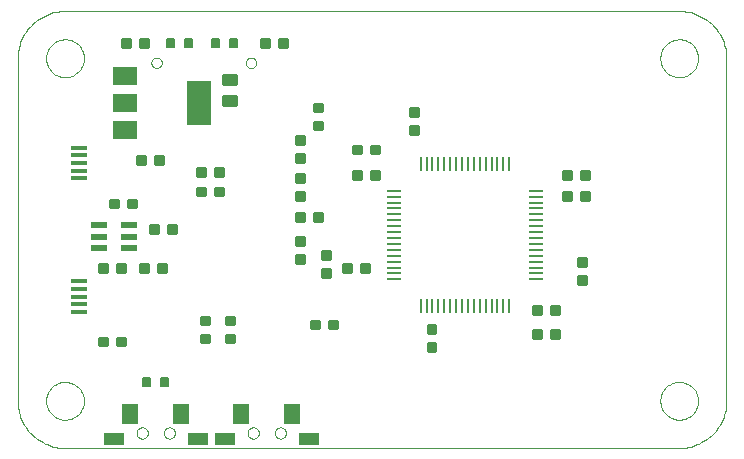
<source format=gtp>
G75*
%MOIN*%
%OFA0B0*%
%FSLAX24Y24*%
%IPPOS*%
%LPD*%
%AMOC8*
5,1,8,0,0,1.08239X$1,22.5*
%
%ADD10C,0.0088*%
%ADD11R,0.0787X0.0591*%
%ADD12R,0.0787X0.1496*%
%ADD13C,0.0100*%
%ADD14R,0.0472X0.0094*%
%ADD15R,0.0094X0.0472*%
%ADD16C,0.0000*%
%ADD17R,0.0520X0.0220*%
%ADD18C,0.0075*%
%ADD19R,0.0550X0.0700*%
%ADD20R,0.0700X0.0400*%
%ADD21R,0.0531X0.0157*%
D10*
X007106Y007097D02*
X007368Y007097D01*
X007368Y006835D01*
X007106Y006835D01*
X007106Y007097D01*
X007106Y006922D02*
X007368Y006922D01*
X007368Y007009D02*
X007106Y007009D01*
X007106Y007096D02*
X007368Y007096D01*
X007706Y007097D02*
X007968Y007097D01*
X007968Y006835D01*
X007706Y006835D01*
X007706Y007097D01*
X007706Y006922D02*
X007968Y006922D01*
X007968Y007009D02*
X007706Y007009D01*
X007706Y007096D02*
X007968Y007096D01*
X010748Y007197D02*
X010748Y006935D01*
X010486Y006935D01*
X010486Y007197D01*
X010748Y007197D01*
X010748Y007022D02*
X010486Y007022D01*
X010486Y007109D02*
X010748Y007109D01*
X010748Y007196D02*
X010486Y007196D01*
X010748Y007535D02*
X010748Y007797D01*
X010748Y007535D02*
X010486Y007535D01*
X010486Y007797D01*
X010748Y007797D01*
X010748Y007622D02*
X010486Y007622D01*
X010486Y007709D02*
X010748Y007709D01*
X010748Y007796D02*
X010486Y007796D01*
X011581Y007797D02*
X011581Y007535D01*
X011319Y007535D01*
X011319Y007797D01*
X011581Y007797D01*
X011581Y007622D02*
X011319Y007622D01*
X011319Y007709D02*
X011581Y007709D01*
X011581Y007796D02*
X011319Y007796D01*
X011581Y007197D02*
X011581Y006935D01*
X011319Y006935D01*
X011319Y007197D01*
X011581Y007197D01*
X011581Y007022D02*
X011319Y007022D01*
X011319Y007109D02*
X011581Y007109D01*
X011581Y007196D02*
X011319Y007196D01*
X014156Y007405D02*
X014418Y007405D01*
X014156Y007405D02*
X014156Y007667D01*
X014418Y007667D01*
X014418Y007405D01*
X014418Y007492D02*
X014156Y007492D01*
X014156Y007579D02*
X014418Y007579D01*
X014418Y007666D02*
X014156Y007666D01*
X014756Y007405D02*
X015018Y007405D01*
X014756Y007405D02*
X014756Y007667D01*
X015018Y007667D01*
X015018Y007405D01*
X015018Y007492D02*
X014756Y007492D01*
X014756Y007579D02*
X015018Y007579D01*
X015018Y007666D02*
X014756Y007666D01*
X014798Y009125D02*
X014798Y009387D01*
X014798Y009125D02*
X014536Y009125D01*
X014536Y009387D01*
X014798Y009387D01*
X014798Y009212D02*
X014536Y009212D01*
X014536Y009299D02*
X014798Y009299D01*
X014798Y009386D02*
X014536Y009386D01*
X014798Y009725D02*
X014798Y009987D01*
X014798Y009725D02*
X014536Y009725D01*
X014536Y009987D01*
X014798Y009987D01*
X014798Y009812D02*
X014536Y009812D01*
X014536Y009899D02*
X014798Y009899D01*
X014798Y009986D02*
X014536Y009986D01*
X013656Y009847D02*
X013656Y009585D01*
X013656Y009847D02*
X013918Y009847D01*
X013918Y009585D01*
X013656Y009585D01*
X013656Y009672D02*
X013918Y009672D01*
X013918Y009759D02*
X013656Y009759D01*
X013656Y009846D02*
X013918Y009846D01*
X013656Y010185D02*
X013656Y010447D01*
X013918Y010447D01*
X013918Y010185D01*
X013656Y010185D01*
X013656Y010272D02*
X013918Y010272D01*
X013918Y010359D02*
X013656Y010359D01*
X013656Y010446D02*
X013918Y010446D01*
X013918Y010985D02*
X013656Y010985D01*
X013656Y011247D01*
X013918Y011247D01*
X013918Y010985D01*
X013918Y011072D02*
X013656Y011072D01*
X013656Y011159D02*
X013918Y011159D01*
X013918Y011246D02*
X013656Y011246D01*
X013918Y011685D02*
X013918Y011947D01*
X013918Y011685D02*
X013656Y011685D01*
X013656Y011947D01*
X013918Y011947D01*
X013918Y011772D02*
X013656Y011772D01*
X013656Y011859D02*
X013918Y011859D01*
X013918Y011946D02*
X013656Y011946D01*
X013918Y012285D02*
X013918Y012547D01*
X013918Y012285D02*
X013656Y012285D01*
X013656Y012547D01*
X013918Y012547D01*
X013918Y012372D02*
X013656Y012372D01*
X013656Y012459D02*
X013918Y012459D01*
X013918Y012546D02*
X013656Y012546D01*
X013918Y012945D02*
X013918Y013207D01*
X013918Y012945D02*
X013656Y012945D01*
X013656Y013207D01*
X013918Y013207D01*
X013918Y013032D02*
X013656Y013032D01*
X013656Y013119D02*
X013918Y013119D01*
X013918Y013206D02*
X013656Y013206D01*
X013918Y013545D02*
X013918Y013807D01*
X013918Y013545D02*
X013656Y013545D01*
X013656Y013807D01*
X013918Y013807D01*
X013918Y013632D02*
X013656Y013632D01*
X013656Y013719D02*
X013918Y013719D01*
X013918Y013806D02*
X013656Y013806D01*
X014518Y014035D02*
X014518Y014297D01*
X014518Y014035D02*
X014256Y014035D01*
X014256Y014297D01*
X014518Y014297D01*
X014518Y014122D02*
X014256Y014122D01*
X014256Y014209D02*
X014518Y014209D01*
X014518Y014296D02*
X014256Y014296D01*
X014518Y014635D02*
X014518Y014897D01*
X014518Y014635D02*
X014256Y014635D01*
X014256Y014897D01*
X014518Y014897D01*
X014518Y014722D02*
X014256Y014722D01*
X014256Y014809D02*
X014518Y014809D01*
X014518Y014896D02*
X014256Y014896D01*
X015556Y013497D02*
X015818Y013497D01*
X015818Y013235D01*
X015556Y013235D01*
X015556Y013497D01*
X015556Y013322D02*
X015818Y013322D01*
X015818Y013409D02*
X015556Y013409D01*
X015556Y013496D02*
X015818Y013496D01*
X016156Y013497D02*
X016418Y013497D01*
X016418Y013235D01*
X016156Y013235D01*
X016156Y013497D01*
X016156Y013322D02*
X016418Y013322D01*
X016418Y013409D02*
X016156Y013409D01*
X016156Y013496D02*
X016418Y013496D01*
X017718Y013885D02*
X017718Y014147D01*
X017718Y013885D02*
X017456Y013885D01*
X017456Y014147D01*
X017718Y014147D01*
X017718Y013972D02*
X017456Y013972D01*
X017456Y014059D02*
X017718Y014059D01*
X017718Y014146D02*
X017456Y014146D01*
X017718Y014485D02*
X017718Y014747D01*
X017718Y014485D02*
X017456Y014485D01*
X017456Y014747D01*
X017718Y014747D01*
X017718Y014572D02*
X017456Y014572D01*
X017456Y014659D02*
X017718Y014659D01*
X017718Y014746D02*
X017456Y014746D01*
X016418Y012647D02*
X016156Y012647D01*
X016418Y012647D02*
X016418Y012385D01*
X016156Y012385D01*
X016156Y012647D01*
X016156Y012472D02*
X016418Y012472D01*
X016418Y012559D02*
X016156Y012559D01*
X016156Y012646D02*
X016418Y012646D01*
X015818Y012647D02*
X015556Y012647D01*
X015818Y012647D02*
X015818Y012385D01*
X015556Y012385D01*
X015556Y012647D01*
X015556Y012472D02*
X015818Y012472D01*
X015818Y012559D02*
X015556Y012559D01*
X015556Y012646D02*
X015818Y012646D01*
X014518Y010985D02*
X014256Y010985D01*
X014256Y011247D01*
X014518Y011247D01*
X014518Y010985D01*
X014518Y011072D02*
X014256Y011072D01*
X014256Y011159D02*
X014518Y011159D01*
X014518Y011246D02*
X014256Y011246D01*
X015226Y009557D02*
X015488Y009557D01*
X015488Y009295D01*
X015226Y009295D01*
X015226Y009557D01*
X015226Y009382D02*
X015488Y009382D01*
X015488Y009469D02*
X015226Y009469D01*
X015226Y009556D02*
X015488Y009556D01*
X015826Y009557D02*
X016088Y009557D01*
X016088Y009295D01*
X015826Y009295D01*
X015826Y009557D01*
X015826Y009382D02*
X016088Y009382D01*
X016088Y009469D02*
X015826Y009469D01*
X015826Y009556D02*
X016088Y009556D01*
X018046Y007507D02*
X018046Y007245D01*
X018046Y007507D02*
X018308Y007507D01*
X018308Y007245D01*
X018046Y007245D01*
X018046Y007332D02*
X018308Y007332D01*
X018308Y007419D02*
X018046Y007419D01*
X018046Y007506D02*
X018308Y007506D01*
X018046Y006907D02*
X018046Y006645D01*
X018046Y006907D02*
X018308Y006907D01*
X018308Y006645D01*
X018046Y006645D01*
X018046Y006732D02*
X018308Y006732D01*
X018308Y006819D02*
X018046Y006819D01*
X018046Y006906D02*
X018308Y006906D01*
X021556Y007347D02*
X021818Y007347D01*
X021818Y007085D01*
X021556Y007085D01*
X021556Y007347D01*
X021556Y007172D02*
X021818Y007172D01*
X021818Y007259D02*
X021556Y007259D01*
X021556Y007346D02*
X021818Y007346D01*
X022156Y007347D02*
X022418Y007347D01*
X022418Y007085D01*
X022156Y007085D01*
X022156Y007347D01*
X022156Y007172D02*
X022418Y007172D01*
X022418Y007259D02*
X022156Y007259D01*
X022156Y007346D02*
X022418Y007346D01*
X022418Y008147D02*
X022156Y008147D01*
X022418Y008147D02*
X022418Y007885D01*
X022156Y007885D01*
X022156Y008147D01*
X022156Y007972D02*
X022418Y007972D01*
X022418Y008059D02*
X022156Y008059D01*
X022156Y008146D02*
X022418Y008146D01*
X021818Y008147D02*
X021556Y008147D01*
X021818Y008147D02*
X021818Y007885D01*
X021556Y007885D01*
X021556Y008147D01*
X021556Y007972D02*
X021818Y007972D01*
X021818Y008059D02*
X021556Y008059D01*
X021556Y008146D02*
X021818Y008146D01*
X023318Y008885D02*
X023318Y009147D01*
X023318Y008885D02*
X023056Y008885D01*
X023056Y009147D01*
X023318Y009147D01*
X023318Y008972D02*
X023056Y008972D01*
X023056Y009059D02*
X023318Y009059D01*
X023318Y009146D02*
X023056Y009146D01*
X023318Y009485D02*
X023318Y009747D01*
X023318Y009485D02*
X023056Y009485D01*
X023056Y009747D01*
X023318Y009747D01*
X023318Y009572D02*
X023056Y009572D01*
X023056Y009659D02*
X023318Y009659D01*
X023318Y009746D02*
X023056Y009746D01*
X023156Y011685D02*
X023418Y011685D01*
X023156Y011685D02*
X023156Y011947D01*
X023418Y011947D01*
X023418Y011685D01*
X023418Y011772D02*
X023156Y011772D01*
X023156Y011859D02*
X023418Y011859D01*
X023418Y011946D02*
X023156Y011946D01*
X022818Y011685D02*
X022556Y011685D01*
X022556Y011947D01*
X022818Y011947D01*
X022818Y011685D01*
X022818Y011772D02*
X022556Y011772D01*
X022556Y011859D02*
X022818Y011859D01*
X022818Y011946D02*
X022556Y011946D01*
X022556Y012385D02*
X022818Y012385D01*
X022556Y012385D02*
X022556Y012647D01*
X022818Y012647D01*
X022818Y012385D01*
X022818Y012472D02*
X022556Y012472D01*
X022556Y012559D02*
X022818Y012559D01*
X022818Y012646D02*
X022556Y012646D01*
X023156Y012385D02*
X023418Y012385D01*
X023156Y012385D02*
X023156Y012647D01*
X023418Y012647D01*
X023418Y012385D01*
X023418Y012472D02*
X023156Y012472D01*
X023156Y012559D02*
X023418Y012559D01*
X023418Y012646D02*
X023156Y012646D01*
X013368Y016785D02*
X013106Y016785D01*
X013106Y017047D01*
X013368Y017047D01*
X013368Y016785D01*
X013368Y016872D02*
X013106Y016872D01*
X013106Y016959D02*
X013368Y016959D01*
X013368Y017046D02*
X013106Y017046D01*
X012768Y016785D02*
X012506Y016785D01*
X012506Y017047D01*
X012768Y017047D01*
X012768Y016785D01*
X012768Y016872D02*
X012506Y016872D01*
X012506Y016959D02*
X012768Y016959D01*
X012768Y017046D02*
X012506Y017046D01*
X008718Y016785D02*
X008456Y016785D01*
X008456Y017047D01*
X008718Y017047D01*
X008718Y016785D01*
X008718Y016872D02*
X008456Y016872D01*
X008456Y016959D02*
X008718Y016959D01*
X008718Y017046D02*
X008456Y017046D01*
X008118Y016785D02*
X007856Y016785D01*
X007856Y017047D01*
X008118Y017047D01*
X008118Y016785D01*
X008118Y016872D02*
X007856Y016872D01*
X007856Y016959D02*
X008118Y016959D01*
X008118Y017046D02*
X007856Y017046D01*
X008356Y012885D02*
X008618Y012885D01*
X008356Y012885D02*
X008356Y013147D01*
X008618Y013147D01*
X008618Y012885D01*
X008618Y012972D02*
X008356Y012972D01*
X008356Y013059D02*
X008618Y013059D01*
X008618Y013146D02*
X008356Y013146D01*
X008956Y012885D02*
X009218Y012885D01*
X008956Y012885D02*
X008956Y013147D01*
X009218Y013147D01*
X009218Y012885D01*
X009218Y012972D02*
X008956Y012972D01*
X008956Y013059D02*
X009218Y013059D01*
X009218Y013146D02*
X008956Y013146D01*
X010356Y012747D02*
X010618Y012747D01*
X010618Y012485D01*
X010356Y012485D01*
X010356Y012747D01*
X010356Y012572D02*
X010618Y012572D01*
X010618Y012659D02*
X010356Y012659D01*
X010356Y012746D02*
X010618Y012746D01*
X010956Y012747D02*
X011218Y012747D01*
X011218Y012485D01*
X010956Y012485D01*
X010956Y012747D01*
X010956Y012572D02*
X011218Y012572D01*
X011218Y012659D02*
X010956Y012659D01*
X010956Y012746D02*
X011218Y012746D01*
X011218Y011835D02*
X010956Y011835D01*
X010956Y012097D01*
X011218Y012097D01*
X011218Y011835D01*
X011218Y011922D02*
X010956Y011922D01*
X010956Y012009D02*
X011218Y012009D01*
X011218Y012096D02*
X010956Y012096D01*
X010618Y011835D02*
X010356Y011835D01*
X010356Y012097D01*
X010618Y012097D01*
X010618Y011835D01*
X010618Y011922D02*
X010356Y011922D01*
X010356Y012009D02*
X010618Y012009D01*
X010618Y012096D02*
X010356Y012096D01*
X009668Y010585D02*
X009406Y010585D01*
X009406Y010847D01*
X009668Y010847D01*
X009668Y010585D01*
X009668Y010672D02*
X009406Y010672D01*
X009406Y010759D02*
X009668Y010759D01*
X009668Y010846D02*
X009406Y010846D01*
X009068Y010585D02*
X008806Y010585D01*
X008806Y010847D01*
X009068Y010847D01*
X009068Y010585D01*
X009068Y010672D02*
X008806Y010672D01*
X008806Y010759D02*
X009068Y010759D01*
X009068Y010846D02*
X008806Y010846D01*
X008318Y011435D02*
X008056Y011435D01*
X008056Y011697D01*
X008318Y011697D01*
X008318Y011435D01*
X008318Y011522D02*
X008056Y011522D01*
X008056Y011609D02*
X008318Y011609D01*
X008318Y011696D02*
X008056Y011696D01*
X007718Y011435D02*
X007456Y011435D01*
X007456Y011697D01*
X007718Y011697D01*
X007718Y011435D01*
X007718Y011522D02*
X007456Y011522D01*
X007456Y011609D02*
X007718Y011609D01*
X007718Y011696D02*
X007456Y011696D01*
X007368Y009285D02*
X007106Y009285D01*
X007106Y009547D01*
X007368Y009547D01*
X007368Y009285D01*
X007368Y009372D02*
X007106Y009372D01*
X007106Y009459D02*
X007368Y009459D01*
X007368Y009546D02*
X007106Y009546D01*
X007706Y009285D02*
X007968Y009285D01*
X007706Y009285D02*
X007706Y009547D01*
X007968Y009547D01*
X007968Y009285D01*
X007968Y009372D02*
X007706Y009372D01*
X007706Y009459D02*
X007968Y009459D01*
X007968Y009546D02*
X007706Y009546D01*
X008456Y009285D02*
X008718Y009285D01*
X008456Y009285D02*
X008456Y009547D01*
X008718Y009547D01*
X008718Y009285D01*
X008718Y009372D02*
X008456Y009372D01*
X008456Y009459D02*
X008718Y009459D01*
X008718Y009546D02*
X008456Y009546D01*
X009056Y009285D02*
X009318Y009285D01*
X009056Y009285D02*
X009056Y009547D01*
X009318Y009547D01*
X009318Y009285D01*
X009318Y009372D02*
X009056Y009372D01*
X009056Y009459D02*
X009318Y009459D01*
X009318Y009546D02*
X009056Y009546D01*
D11*
X007946Y014010D03*
X007946Y014916D03*
X007946Y015821D03*
D12*
X010427Y014916D03*
D13*
X011212Y014866D02*
X011212Y015166D01*
X011662Y015166D01*
X011662Y014866D01*
X011212Y014866D01*
X011212Y014965D02*
X011662Y014965D01*
X011662Y015064D02*
X011212Y015064D01*
X011212Y015163D02*
X011662Y015163D01*
X011212Y015566D02*
X011212Y015866D01*
X011662Y015866D01*
X011662Y015566D01*
X011212Y015566D01*
X011212Y015665D02*
X011662Y015665D01*
X011662Y015764D02*
X011212Y015764D01*
X011212Y015863D02*
X011662Y015863D01*
D14*
X016932Y011992D03*
X016932Y011795D03*
X016932Y011598D03*
X016932Y011401D03*
X016932Y011205D03*
X016932Y011008D03*
X016932Y010811D03*
X016932Y010614D03*
X016932Y010417D03*
X016932Y010220D03*
X016932Y010023D03*
X016932Y009827D03*
X016932Y009630D03*
X016932Y009433D03*
X016932Y009236D03*
X016932Y009039D03*
X021656Y009039D03*
X021656Y009236D03*
X021656Y009433D03*
X021656Y009630D03*
X021656Y009827D03*
X021656Y010023D03*
X021656Y010220D03*
X021656Y010417D03*
X021656Y010614D03*
X021656Y010811D03*
X021656Y011008D03*
X021656Y011205D03*
X021656Y011401D03*
X021656Y011598D03*
X021656Y011795D03*
X021656Y011992D03*
D15*
X020770Y012878D03*
X020574Y012878D03*
X020377Y012878D03*
X020180Y012878D03*
X019983Y012878D03*
X019786Y012878D03*
X019589Y012878D03*
X019392Y012878D03*
X019196Y012878D03*
X018999Y012878D03*
X018802Y012878D03*
X018605Y012878D03*
X018408Y012878D03*
X018211Y012878D03*
X018014Y012878D03*
X017818Y012878D03*
X017818Y008153D03*
X018014Y008153D03*
X018211Y008153D03*
X018408Y008153D03*
X018605Y008153D03*
X018802Y008153D03*
X018999Y008153D03*
X019196Y008153D03*
X019392Y008153D03*
X019589Y008153D03*
X019786Y008153D03*
X019983Y008153D03*
X020180Y008153D03*
X020377Y008153D03*
X020574Y008153D03*
X020770Y008153D03*
D16*
X026434Y003416D02*
X005961Y003416D01*
X005331Y004990D02*
X005333Y005040D01*
X005339Y005090D01*
X005349Y005139D01*
X005363Y005187D01*
X005380Y005234D01*
X005401Y005279D01*
X005426Y005323D01*
X005454Y005364D01*
X005486Y005403D01*
X005520Y005440D01*
X005557Y005474D01*
X005597Y005504D01*
X005639Y005531D01*
X005683Y005555D01*
X005729Y005576D01*
X005776Y005592D01*
X005824Y005605D01*
X005874Y005614D01*
X005923Y005619D01*
X005974Y005620D01*
X006024Y005617D01*
X006073Y005610D01*
X006122Y005599D01*
X006170Y005584D01*
X006216Y005566D01*
X006261Y005544D01*
X006304Y005518D01*
X006345Y005489D01*
X006384Y005457D01*
X006420Y005422D01*
X006452Y005384D01*
X006482Y005344D01*
X006509Y005301D01*
X006532Y005257D01*
X006551Y005211D01*
X006567Y005163D01*
X006579Y005114D01*
X006587Y005065D01*
X006591Y005015D01*
X006591Y004965D01*
X006587Y004915D01*
X006579Y004866D01*
X006567Y004817D01*
X006551Y004769D01*
X006532Y004723D01*
X006509Y004679D01*
X006482Y004636D01*
X006452Y004596D01*
X006420Y004558D01*
X006384Y004523D01*
X006345Y004491D01*
X006304Y004462D01*
X006261Y004436D01*
X006216Y004414D01*
X006170Y004396D01*
X006122Y004381D01*
X006073Y004370D01*
X006024Y004363D01*
X005974Y004360D01*
X005923Y004361D01*
X005874Y004366D01*
X005824Y004375D01*
X005776Y004388D01*
X005729Y004404D01*
X005683Y004425D01*
X005639Y004449D01*
X005597Y004476D01*
X005557Y004506D01*
X005520Y004540D01*
X005486Y004577D01*
X005454Y004616D01*
X005426Y004657D01*
X005401Y004701D01*
X005380Y004746D01*
X005363Y004793D01*
X005349Y004841D01*
X005339Y004890D01*
X005333Y004940D01*
X005331Y004990D01*
X004386Y004990D02*
X004388Y004913D01*
X004394Y004836D01*
X004403Y004759D01*
X004416Y004683D01*
X004433Y004607D01*
X004454Y004533D01*
X004478Y004459D01*
X004506Y004387D01*
X004537Y004317D01*
X004572Y004248D01*
X004610Y004180D01*
X004651Y004115D01*
X004696Y004052D01*
X004744Y003991D01*
X004794Y003932D01*
X004847Y003876D01*
X004903Y003823D01*
X004962Y003773D01*
X005023Y003725D01*
X005086Y003680D01*
X005151Y003639D01*
X005219Y003601D01*
X005288Y003566D01*
X005358Y003535D01*
X005430Y003507D01*
X005504Y003483D01*
X005578Y003462D01*
X005654Y003445D01*
X005730Y003432D01*
X005807Y003423D01*
X005884Y003417D01*
X005961Y003415D01*
X005884Y003417D01*
X005807Y003423D01*
X005730Y003432D01*
X005654Y003445D01*
X005578Y003462D01*
X005504Y003483D01*
X005430Y003507D01*
X005358Y003535D01*
X005288Y003566D01*
X005219Y003601D01*
X005151Y003639D01*
X005086Y003680D01*
X005023Y003725D01*
X004962Y003773D01*
X004903Y003823D01*
X004847Y003876D01*
X004794Y003932D01*
X004744Y003991D01*
X004696Y004052D01*
X004651Y004115D01*
X004610Y004180D01*
X004572Y004248D01*
X004537Y004317D01*
X004506Y004387D01*
X004478Y004459D01*
X004454Y004533D01*
X004433Y004607D01*
X004416Y004683D01*
X004403Y004759D01*
X004394Y004836D01*
X004388Y004913D01*
X004386Y004990D01*
X004387Y004990D02*
X004387Y016408D01*
X005331Y016408D02*
X005333Y016458D01*
X005339Y016508D01*
X005349Y016557D01*
X005363Y016605D01*
X005380Y016652D01*
X005401Y016697D01*
X005426Y016741D01*
X005454Y016782D01*
X005486Y016821D01*
X005520Y016858D01*
X005557Y016892D01*
X005597Y016922D01*
X005639Y016949D01*
X005683Y016973D01*
X005729Y016994D01*
X005776Y017010D01*
X005824Y017023D01*
X005874Y017032D01*
X005923Y017037D01*
X005974Y017038D01*
X006024Y017035D01*
X006073Y017028D01*
X006122Y017017D01*
X006170Y017002D01*
X006216Y016984D01*
X006261Y016962D01*
X006304Y016936D01*
X006345Y016907D01*
X006384Y016875D01*
X006420Y016840D01*
X006452Y016802D01*
X006482Y016762D01*
X006509Y016719D01*
X006532Y016675D01*
X006551Y016629D01*
X006567Y016581D01*
X006579Y016532D01*
X006587Y016483D01*
X006591Y016433D01*
X006591Y016383D01*
X006587Y016333D01*
X006579Y016284D01*
X006567Y016235D01*
X006551Y016187D01*
X006532Y016141D01*
X006509Y016097D01*
X006482Y016054D01*
X006452Y016014D01*
X006420Y015976D01*
X006384Y015941D01*
X006345Y015909D01*
X006304Y015880D01*
X006261Y015854D01*
X006216Y015832D01*
X006170Y015814D01*
X006122Y015799D01*
X006073Y015788D01*
X006024Y015781D01*
X005974Y015778D01*
X005923Y015779D01*
X005874Y015784D01*
X005824Y015793D01*
X005776Y015806D01*
X005729Y015822D01*
X005683Y015843D01*
X005639Y015867D01*
X005597Y015894D01*
X005557Y015924D01*
X005520Y015958D01*
X005486Y015995D01*
X005454Y016034D01*
X005426Y016075D01*
X005401Y016119D01*
X005380Y016164D01*
X005363Y016211D01*
X005349Y016259D01*
X005339Y016308D01*
X005333Y016358D01*
X005331Y016408D01*
X004386Y016408D02*
X004388Y016485D01*
X004394Y016562D01*
X004403Y016639D01*
X004416Y016715D01*
X004433Y016791D01*
X004454Y016865D01*
X004478Y016939D01*
X004506Y017011D01*
X004537Y017081D01*
X004572Y017150D01*
X004610Y017218D01*
X004651Y017283D01*
X004696Y017346D01*
X004744Y017407D01*
X004794Y017466D01*
X004847Y017522D01*
X004903Y017575D01*
X004962Y017625D01*
X005023Y017673D01*
X005086Y017718D01*
X005151Y017759D01*
X005219Y017797D01*
X005288Y017832D01*
X005358Y017863D01*
X005430Y017891D01*
X005504Y017915D01*
X005578Y017936D01*
X005654Y017953D01*
X005730Y017966D01*
X005807Y017975D01*
X005884Y017981D01*
X005961Y017983D01*
X026434Y017983D01*
X025804Y016408D02*
X025806Y016458D01*
X025812Y016508D01*
X025822Y016557D01*
X025836Y016605D01*
X025853Y016652D01*
X025874Y016697D01*
X025899Y016741D01*
X025927Y016782D01*
X025959Y016821D01*
X025993Y016858D01*
X026030Y016892D01*
X026070Y016922D01*
X026112Y016949D01*
X026156Y016973D01*
X026202Y016994D01*
X026249Y017010D01*
X026297Y017023D01*
X026347Y017032D01*
X026396Y017037D01*
X026447Y017038D01*
X026497Y017035D01*
X026546Y017028D01*
X026595Y017017D01*
X026643Y017002D01*
X026689Y016984D01*
X026734Y016962D01*
X026777Y016936D01*
X026818Y016907D01*
X026857Y016875D01*
X026893Y016840D01*
X026925Y016802D01*
X026955Y016762D01*
X026982Y016719D01*
X027005Y016675D01*
X027024Y016629D01*
X027040Y016581D01*
X027052Y016532D01*
X027060Y016483D01*
X027064Y016433D01*
X027064Y016383D01*
X027060Y016333D01*
X027052Y016284D01*
X027040Y016235D01*
X027024Y016187D01*
X027005Y016141D01*
X026982Y016097D01*
X026955Y016054D01*
X026925Y016014D01*
X026893Y015976D01*
X026857Y015941D01*
X026818Y015909D01*
X026777Y015880D01*
X026734Y015854D01*
X026689Y015832D01*
X026643Y015814D01*
X026595Y015799D01*
X026546Y015788D01*
X026497Y015781D01*
X026447Y015778D01*
X026396Y015779D01*
X026347Y015784D01*
X026297Y015793D01*
X026249Y015806D01*
X026202Y015822D01*
X026156Y015843D01*
X026112Y015867D01*
X026070Y015894D01*
X026030Y015924D01*
X025993Y015958D01*
X025959Y015995D01*
X025927Y016034D01*
X025899Y016075D01*
X025874Y016119D01*
X025853Y016164D01*
X025836Y016211D01*
X025822Y016259D01*
X025812Y016308D01*
X025806Y016358D01*
X025804Y016408D01*
X026434Y017983D02*
X026511Y017981D01*
X026588Y017975D01*
X026665Y017966D01*
X026741Y017953D01*
X026817Y017936D01*
X026891Y017915D01*
X026965Y017891D01*
X027037Y017863D01*
X027107Y017832D01*
X027176Y017797D01*
X027244Y017759D01*
X027309Y017718D01*
X027372Y017673D01*
X027433Y017625D01*
X027492Y017575D01*
X027548Y017522D01*
X027601Y017466D01*
X027651Y017407D01*
X027699Y017346D01*
X027744Y017283D01*
X027785Y017218D01*
X027823Y017150D01*
X027858Y017081D01*
X027889Y017011D01*
X027917Y016939D01*
X027941Y016865D01*
X027962Y016791D01*
X027979Y016715D01*
X027992Y016639D01*
X028001Y016562D01*
X028007Y016485D01*
X028009Y016408D01*
X028009Y004990D01*
X025804Y004990D02*
X025806Y005040D01*
X025812Y005090D01*
X025822Y005139D01*
X025836Y005187D01*
X025853Y005234D01*
X025874Y005279D01*
X025899Y005323D01*
X025927Y005364D01*
X025959Y005403D01*
X025993Y005440D01*
X026030Y005474D01*
X026070Y005504D01*
X026112Y005531D01*
X026156Y005555D01*
X026202Y005576D01*
X026249Y005592D01*
X026297Y005605D01*
X026347Y005614D01*
X026396Y005619D01*
X026447Y005620D01*
X026497Y005617D01*
X026546Y005610D01*
X026595Y005599D01*
X026643Y005584D01*
X026689Y005566D01*
X026734Y005544D01*
X026777Y005518D01*
X026818Y005489D01*
X026857Y005457D01*
X026893Y005422D01*
X026925Y005384D01*
X026955Y005344D01*
X026982Y005301D01*
X027005Y005257D01*
X027024Y005211D01*
X027040Y005163D01*
X027052Y005114D01*
X027060Y005065D01*
X027064Y005015D01*
X027064Y004965D01*
X027060Y004915D01*
X027052Y004866D01*
X027040Y004817D01*
X027024Y004769D01*
X027005Y004723D01*
X026982Y004679D01*
X026955Y004636D01*
X026925Y004596D01*
X026893Y004558D01*
X026857Y004523D01*
X026818Y004491D01*
X026777Y004462D01*
X026734Y004436D01*
X026689Y004414D01*
X026643Y004396D01*
X026595Y004381D01*
X026546Y004370D01*
X026497Y004363D01*
X026447Y004360D01*
X026396Y004361D01*
X026347Y004366D01*
X026297Y004375D01*
X026249Y004388D01*
X026202Y004404D01*
X026156Y004425D01*
X026112Y004449D01*
X026070Y004476D01*
X026030Y004506D01*
X025993Y004540D01*
X025959Y004577D01*
X025927Y004616D01*
X025899Y004657D01*
X025874Y004701D01*
X025853Y004746D01*
X025836Y004793D01*
X025822Y004841D01*
X025812Y004890D01*
X025806Y004940D01*
X025804Y004990D01*
X026434Y003415D02*
X026511Y003417D01*
X026588Y003423D01*
X026665Y003432D01*
X026741Y003445D01*
X026817Y003462D01*
X026891Y003483D01*
X026965Y003507D01*
X027037Y003535D01*
X027107Y003566D01*
X027176Y003601D01*
X027244Y003639D01*
X027309Y003680D01*
X027372Y003725D01*
X027433Y003773D01*
X027492Y003823D01*
X027548Y003876D01*
X027601Y003932D01*
X027651Y003991D01*
X027699Y004052D01*
X027744Y004115D01*
X027785Y004180D01*
X027823Y004248D01*
X027858Y004317D01*
X027889Y004387D01*
X027917Y004459D01*
X027941Y004533D01*
X027962Y004607D01*
X027979Y004683D01*
X027992Y004759D01*
X028001Y004836D01*
X028007Y004913D01*
X028009Y004990D01*
X028007Y004913D01*
X028001Y004836D01*
X027992Y004759D01*
X027979Y004683D01*
X027962Y004607D01*
X027941Y004533D01*
X027917Y004459D01*
X027889Y004387D01*
X027858Y004317D01*
X027823Y004248D01*
X027785Y004180D01*
X027744Y004115D01*
X027699Y004052D01*
X027651Y003991D01*
X027601Y003932D01*
X027548Y003876D01*
X027492Y003823D01*
X027433Y003773D01*
X027372Y003725D01*
X027309Y003680D01*
X027244Y003639D01*
X027176Y003601D01*
X027107Y003566D01*
X027037Y003535D01*
X026965Y003507D01*
X026891Y003483D01*
X026817Y003462D01*
X026741Y003445D01*
X026665Y003432D01*
X026588Y003423D01*
X026511Y003417D01*
X026434Y003415D01*
X012952Y003916D02*
X012954Y003943D01*
X012960Y003969D01*
X012969Y003994D01*
X012982Y004017D01*
X012998Y004038D01*
X013017Y004057D01*
X013038Y004073D01*
X013061Y004086D01*
X013086Y004095D01*
X013112Y004101D01*
X013139Y004103D01*
X013166Y004101D01*
X013192Y004095D01*
X013217Y004086D01*
X013240Y004073D01*
X013261Y004057D01*
X013280Y004038D01*
X013296Y004017D01*
X013309Y003994D01*
X013318Y003969D01*
X013324Y003943D01*
X013326Y003916D01*
X013324Y003889D01*
X013318Y003863D01*
X013309Y003838D01*
X013296Y003815D01*
X013280Y003794D01*
X013261Y003775D01*
X013240Y003759D01*
X013217Y003746D01*
X013192Y003737D01*
X013166Y003731D01*
X013139Y003729D01*
X013112Y003731D01*
X013086Y003737D01*
X013061Y003746D01*
X013038Y003759D01*
X013017Y003775D01*
X012998Y003794D01*
X012982Y003815D01*
X012969Y003838D01*
X012960Y003863D01*
X012954Y003889D01*
X012952Y003916D01*
X012047Y003916D02*
X012049Y003943D01*
X012055Y003969D01*
X012064Y003994D01*
X012077Y004017D01*
X012093Y004038D01*
X012112Y004057D01*
X012133Y004073D01*
X012156Y004086D01*
X012181Y004095D01*
X012207Y004101D01*
X012234Y004103D01*
X012261Y004101D01*
X012287Y004095D01*
X012312Y004086D01*
X012335Y004073D01*
X012356Y004057D01*
X012375Y004038D01*
X012391Y004017D01*
X012404Y003994D01*
X012413Y003969D01*
X012419Y003943D01*
X012421Y003916D01*
X012419Y003889D01*
X012413Y003863D01*
X012404Y003838D01*
X012391Y003815D01*
X012375Y003794D01*
X012356Y003775D01*
X012335Y003759D01*
X012312Y003746D01*
X012287Y003737D01*
X012261Y003731D01*
X012234Y003729D01*
X012207Y003731D01*
X012181Y003737D01*
X012156Y003746D01*
X012133Y003759D01*
X012112Y003775D01*
X012093Y003794D01*
X012077Y003815D01*
X012064Y003838D01*
X012055Y003863D01*
X012049Y003889D01*
X012047Y003916D01*
X009252Y003916D02*
X009254Y003943D01*
X009260Y003969D01*
X009269Y003994D01*
X009282Y004017D01*
X009298Y004038D01*
X009317Y004057D01*
X009338Y004073D01*
X009361Y004086D01*
X009386Y004095D01*
X009412Y004101D01*
X009439Y004103D01*
X009466Y004101D01*
X009492Y004095D01*
X009517Y004086D01*
X009540Y004073D01*
X009561Y004057D01*
X009580Y004038D01*
X009596Y004017D01*
X009609Y003994D01*
X009618Y003969D01*
X009624Y003943D01*
X009626Y003916D01*
X009624Y003889D01*
X009618Y003863D01*
X009609Y003838D01*
X009596Y003815D01*
X009580Y003794D01*
X009561Y003775D01*
X009540Y003759D01*
X009517Y003746D01*
X009492Y003737D01*
X009466Y003731D01*
X009439Y003729D01*
X009412Y003731D01*
X009386Y003737D01*
X009361Y003746D01*
X009338Y003759D01*
X009317Y003775D01*
X009298Y003794D01*
X009282Y003815D01*
X009269Y003838D01*
X009260Y003863D01*
X009254Y003889D01*
X009252Y003916D01*
X008347Y003916D02*
X008349Y003943D01*
X008355Y003969D01*
X008364Y003994D01*
X008377Y004017D01*
X008393Y004038D01*
X008412Y004057D01*
X008433Y004073D01*
X008456Y004086D01*
X008481Y004095D01*
X008507Y004101D01*
X008534Y004103D01*
X008561Y004101D01*
X008587Y004095D01*
X008612Y004086D01*
X008635Y004073D01*
X008656Y004057D01*
X008675Y004038D01*
X008691Y004017D01*
X008704Y003994D01*
X008713Y003969D01*
X008719Y003943D01*
X008721Y003916D01*
X008719Y003889D01*
X008713Y003863D01*
X008704Y003838D01*
X008691Y003815D01*
X008675Y003794D01*
X008656Y003775D01*
X008635Y003759D01*
X008612Y003746D01*
X008587Y003737D01*
X008561Y003731D01*
X008534Y003729D01*
X008507Y003731D01*
X008481Y003737D01*
X008456Y003746D01*
X008433Y003759D01*
X008412Y003775D01*
X008393Y003794D01*
X008377Y003815D01*
X008364Y003838D01*
X008355Y003863D01*
X008349Y003889D01*
X008347Y003916D01*
X008838Y016253D02*
X008840Y016279D01*
X008846Y016305D01*
X008855Y016329D01*
X008868Y016352D01*
X008885Y016372D01*
X008904Y016390D01*
X008926Y016405D01*
X008949Y016416D01*
X008974Y016424D01*
X009000Y016428D01*
X009026Y016428D01*
X009052Y016424D01*
X009077Y016416D01*
X009101Y016405D01*
X009122Y016390D01*
X009141Y016372D01*
X009158Y016352D01*
X009171Y016329D01*
X009180Y016305D01*
X009186Y016279D01*
X009188Y016253D01*
X009186Y016227D01*
X009180Y016201D01*
X009171Y016177D01*
X009158Y016154D01*
X009141Y016134D01*
X009122Y016116D01*
X009100Y016101D01*
X009077Y016090D01*
X009052Y016082D01*
X009026Y016078D01*
X009000Y016078D01*
X008974Y016082D01*
X008949Y016090D01*
X008925Y016101D01*
X008904Y016116D01*
X008885Y016134D01*
X008868Y016154D01*
X008855Y016177D01*
X008846Y016201D01*
X008840Y016227D01*
X008838Y016253D01*
X005961Y017983D02*
X005884Y017981D01*
X005807Y017975D01*
X005730Y017966D01*
X005654Y017953D01*
X005578Y017936D01*
X005504Y017915D01*
X005430Y017891D01*
X005358Y017863D01*
X005288Y017832D01*
X005219Y017797D01*
X005151Y017759D01*
X005086Y017718D01*
X005023Y017673D01*
X004962Y017625D01*
X004903Y017575D01*
X004847Y017522D01*
X004794Y017466D01*
X004744Y017407D01*
X004696Y017346D01*
X004651Y017283D01*
X004610Y017218D01*
X004572Y017150D01*
X004537Y017081D01*
X004506Y017011D01*
X004478Y016939D01*
X004454Y016865D01*
X004433Y016791D01*
X004416Y016715D01*
X004403Y016639D01*
X004394Y016562D01*
X004388Y016485D01*
X004386Y016408D01*
X011988Y016253D02*
X011990Y016279D01*
X011996Y016305D01*
X012005Y016329D01*
X012018Y016352D01*
X012035Y016372D01*
X012054Y016390D01*
X012076Y016405D01*
X012099Y016416D01*
X012124Y016424D01*
X012150Y016428D01*
X012176Y016428D01*
X012202Y016424D01*
X012227Y016416D01*
X012251Y016405D01*
X012272Y016390D01*
X012291Y016372D01*
X012308Y016352D01*
X012321Y016329D01*
X012330Y016305D01*
X012336Y016279D01*
X012338Y016253D01*
X012336Y016227D01*
X012330Y016201D01*
X012321Y016177D01*
X012308Y016154D01*
X012291Y016134D01*
X012272Y016116D01*
X012250Y016101D01*
X012227Y016090D01*
X012202Y016082D01*
X012176Y016078D01*
X012150Y016078D01*
X012124Y016082D01*
X012099Y016090D01*
X012075Y016101D01*
X012054Y016116D01*
X012035Y016134D01*
X012018Y016154D01*
X012005Y016177D01*
X011996Y016201D01*
X011990Y016227D01*
X011988Y016253D01*
X026434Y017983D02*
X026511Y017981D01*
X026588Y017975D01*
X026665Y017966D01*
X026741Y017953D01*
X026817Y017936D01*
X026891Y017915D01*
X026965Y017891D01*
X027037Y017863D01*
X027107Y017832D01*
X027176Y017797D01*
X027244Y017759D01*
X027309Y017718D01*
X027372Y017673D01*
X027433Y017625D01*
X027492Y017575D01*
X027548Y017522D01*
X027601Y017466D01*
X027651Y017407D01*
X027699Y017346D01*
X027744Y017283D01*
X027785Y017218D01*
X027823Y017150D01*
X027858Y017081D01*
X027889Y017011D01*
X027917Y016939D01*
X027941Y016865D01*
X027962Y016791D01*
X027979Y016715D01*
X027992Y016639D01*
X028001Y016562D01*
X028007Y016485D01*
X028009Y016408D01*
D17*
X008087Y010836D03*
X008087Y010466D03*
X008087Y010096D03*
X007087Y010096D03*
X007087Y010466D03*
X007087Y010836D03*
D18*
X008574Y005754D02*
X008800Y005754D01*
X008800Y005478D01*
X008574Y005478D01*
X008574Y005754D01*
X008574Y005552D02*
X008800Y005552D01*
X008800Y005626D02*
X008574Y005626D01*
X008574Y005700D02*
X008800Y005700D01*
X009174Y005754D02*
X009400Y005754D01*
X009400Y005478D01*
X009174Y005478D01*
X009174Y005754D01*
X009174Y005552D02*
X009400Y005552D01*
X009400Y005626D02*
X009174Y005626D01*
X009174Y005700D02*
X009400Y005700D01*
X009374Y016778D02*
X009600Y016778D01*
X009374Y016778D02*
X009374Y017054D01*
X009600Y017054D01*
X009600Y016778D01*
X009600Y016852D02*
X009374Y016852D01*
X009374Y016926D02*
X009600Y016926D01*
X009600Y017000D02*
X009374Y017000D01*
X009974Y016778D02*
X010200Y016778D01*
X009974Y016778D02*
X009974Y017054D01*
X010200Y017054D01*
X010200Y016778D01*
X010200Y016852D02*
X009974Y016852D01*
X009974Y016926D02*
X010200Y016926D01*
X010200Y017000D02*
X009974Y017000D01*
X010874Y016778D02*
X011100Y016778D01*
X010874Y016778D02*
X010874Y017054D01*
X011100Y017054D01*
X011100Y016778D01*
X011100Y016852D02*
X010874Y016852D01*
X010874Y016926D02*
X011100Y016926D01*
X011100Y017000D02*
X010874Y017000D01*
X011474Y016778D02*
X011700Y016778D01*
X011474Y016778D02*
X011474Y017054D01*
X011700Y017054D01*
X011700Y016778D01*
X011700Y016852D02*
X011474Y016852D01*
X011474Y016926D02*
X011700Y016926D01*
X011700Y017000D02*
X011474Y017000D01*
D19*
X011837Y004566D03*
X013537Y004566D03*
X009837Y004566D03*
X008137Y004566D03*
D20*
X007587Y003716D03*
X010387Y003716D03*
X011287Y003716D03*
X014087Y003716D03*
D21*
X006419Y007954D03*
X006419Y008210D03*
X006419Y008466D03*
X006419Y008722D03*
X006419Y008977D03*
X006419Y012404D03*
X006419Y012660D03*
X006419Y012916D03*
X006419Y013172D03*
X006419Y013427D03*
M02*

</source>
